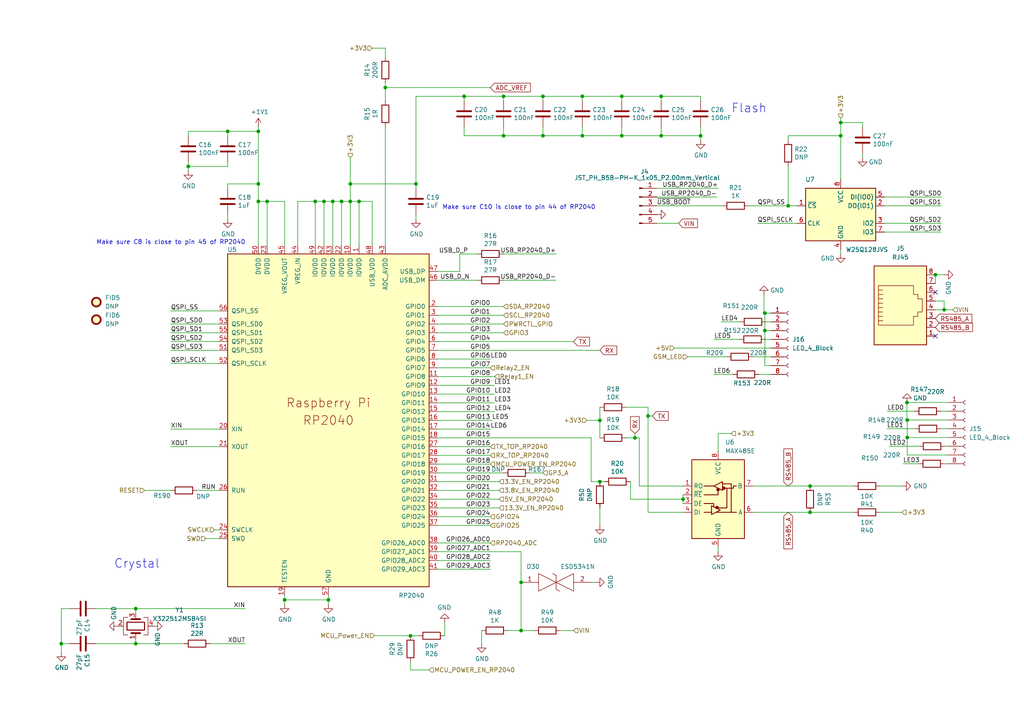
<source format=kicad_sch>
(kicad_sch (version 20231120) (generator "eeschema") (generator_version "8.0")
  (paper "A4")
  (junction (at 111.76 25.4))
  (junction (at 54.61 48.26))
  (junction (at 221.8396 90.8043))
  (junction (at 271.3007 79.6916))
  (junction (at 39.37 186.69))
  (junction (at 151.13 182.88))
  (junction (at 180.34 27.94))
  (junction (at 101.6 58.42))
  (junction (at 263.1254 126.8876))
  (junction (at 273.8407 89.8516))
  (junction (at 95.25 173.99))
  (junction (at 74.93 58.42))
  (junction (at 180.34 39.37))
  (junction (at 221.8396 95.8843))
  (junction (at 263.1254 121.8163))
  (junction (at 17.78 186.69))
  (junction (at 173.99 139.7))
  (junction (at 263.0568 116.7363))
  (junction (at 104.14 58.42))
  (junction (at 187.96 120.65))
  (junction (at 39.37 176.53))
  (junction (at 93.98 58.42))
  (junction (at 151.13 168.91))
  (junction (at 96.52 58.42))
  (junction (at 82.55 173.99))
  (junction (at 74.93 38.1))
  (junction (at 91.44 58.42))
  (junction (at 168.91 39.37))
  (junction (at 101.6 53.34))
  (junction (at 198.12 144.78))
  (junction (at 134.62 27.94))
  (junction (at 157.48 27.94))
  (junction (at 228.6 59.69))
  (junction (at 66.04 38.1))
  (junction (at 74.93 53.34))
  (junction (at 99.06 58.42))
  (junction (at 191.77 39.37))
  (junction (at 173.99 121.92))
  (junction (at 120.65 53.34))
  (junction (at 191.77 27.94))
  (junction (at 168.91 27.94))
  (junction (at 234.95 140.97))
  (junction (at 77.47 58.42))
  (junction (at 119.0481 184.4174))
  (junction (at 146.05 27.94))
  (junction (at 157.48 39.37))
  (junction (at 184.15 127))
  (junction (at 243.84 39.37))
  (junction (at 243.84 35.56))
  (junction (at 203.2 39.37))
  (junction (at 146.05 39.37))
  (junction (at 234.95 148.59))
  (no_connect (at 271.3007 97.4716))
  (no_connect (at 271.3007 84.7716))
  (wire (pts (xy 111.76 36.83) (xy 111.76 71.12)))
  (wire (pts (xy 49.53 124.46) (xy 63.5 124.46)))
  (wire (pts (xy 59.69 156.21) (xy 63.5 156.21)))
  (wire (pts (xy 191.77 39.37) (xy 203.2 39.37)))
  (wire (pts (xy 66.04 53.34) (xy 74.93 53.34)))
  (wire (pts (xy 127 160.02) (xy 151.13 160.02)))
  (wire (pts (xy 191.77 27.94) (xy 203.2 27.94)))
  (wire (pts (xy 143.1694 119.3787) (xy 143.1694 119.38)))
  (wire (pts (xy 101.6 58.42) (xy 104.14 58.42)))
  (wire (pts (xy 180.34 27.94) (xy 191.77 27.94)))
  (wire (pts (xy 142.24 114.3018) (xy 142.24 114.3)))
  (wire (pts (xy 143.4165 119.3774) (xy 143.4234 119.3787)))
  (wire (pts (xy 221.8396 90.8043) (xy 221.8396 95.8843)))
  (wire (pts (xy 142.24 109.2128) (xy 142.24 109.22)))
  (wire (pts (xy 82.55 173.99) (xy 95.25 173.99)))
  (wire (pts (xy 142.24 116.8403) (xy 142.24 116.84)))
  (wire (pts (xy 143.3631 116.8403) (xy 142.24 116.8403)))
  (wire (pts (xy 180.34 39.37) (xy 168.91 39.37)))
  (wire (pts (xy 39.37 186.69) (xy 53.34 186.69)))
  (wire (pts (xy 142.6874 121.92) (xy 127 121.92)))
  (wire (pts (xy 191.77 29.21) (xy 191.77 27.94)))
  (wire (pts (xy 86.36 58.42) (xy 91.44 58.42)))
  (wire (pts (xy 108.6275 184.3647) (xy 118.11 184.3647)))
  (wire (pts (xy 146.05 27.94) (xy 157.48 27.94)))
  (wire (pts (xy 207.0067 108.5843) (xy 212.5516 108.5843)))
  (wire (pts (xy 54.61 46.99) (xy 54.61 48.26)))
  (wire (pts (xy 228.6 48.26) (xy 228.6 59.69)))
  (wire (pts (xy 127 142.24) (xy 144.78 142.24)))
  (wire (pts (xy 127 104.14) (xy 142.24 104.14)))
  (wire (pts (xy 95.25 173.99) (xy 95.25 175.26)))
  (wire (pts (xy 111.76 13.97) (xy 107.95 13.97)))
  (wire (pts (xy 271.3007 79.6916) (xy 271.3007 82.2316)))
  (wire (pts (xy 184.15 125.73) (xy 184.15 127)))
  (wire (pts (xy 272.8769 119.2612) (xy 274.3404 119.2612)))
  (wire (pts (xy 185.42 140.97) (xy 185.42 127)))
  (wire (pts (xy 127 106.68) (xy 142.24 106.68)))
  (wire (pts (xy 27.94 176.53) (xy 39.37 176.53)))
  (wire (pts (xy 120.65 27.94) (xy 120.65 53.34)))
  (wire (pts (xy 143.3159 111.7647) (xy 142.24 111.7647)))
  (wire (pts (xy 101.6 53.34) (xy 101.6 58.42)))
  (wire (pts (xy 153.67 137.16) (xy 157.48 137.16)))
  (wire (pts (xy 127 152.4) (xy 142.24 152.4)))
  (wire (pts (xy 195.58 100.9521) (xy 195.58 100.9643)))
  (wire (pts (xy 274.9191 116.7276) (xy 265.8174 116.7276)))
  (wire (pts (xy 60.96 186.69) (xy 71.12 186.69)))
  (wire (pts (xy 274.137 129.4276) (xy 274.9191 129.4276)))
  (wire (pts (xy 127 96.52) (xy 146.05 96.52)))
  (wire (pts (xy 207.1393 98.4253) (xy 207.1393 98.4243)))
  (wire (pts (xy 93.98 58.42) (xy 96.52 58.42)))
  (wire (pts (xy 223.6347 95.8843) (xy 221.8396 95.8843)))
  (wire (pts (xy 212.09 125.73) (xy 208.28 125.73)))
  (wire (pts (xy 157.48 27.94) (xy 168.91 27.94)))
  (wire (pts (xy 223.6347 103.477) (xy 223.6347 103.5043)))
  (wire (pts (xy 66.04 54.61) (xy 66.04 53.34)))
  (wire (pts (xy 74.93 53.34) (xy 74.93 58.42)))
  (wire (pts (xy 20.32 176.53) (xy 17.78 176.53)))
  (wire (pts (xy 273.8407 89.8516) (xy 271.3007 89.8516)))
  (wire (pts (xy 203.2 36.83) (xy 203.2 39.37)))
  (wire (pts (xy 99.06 71.12) (xy 99.06 58.42)))
  (wire (pts (xy 195.58 100.9643) (xy 223.6347 100.9643)))
  (wire (pts (xy 142.24 124.4539) (xy 142.24 124.46)))
  (wire (pts (xy 127 144.78) (xy 144.78 144.78)))
  (wire (pts (xy 263.0381 116.7363) (xy 263.0381 121.8163)))
  (wire (pts (xy 127 127) (xy 171.45 127)))
  (wire (pts (xy 180.34 29.21) (xy 180.34 27.94)))
  (wire (pts (xy 171.45 139.7) (xy 173.99 139.7)))
  (wire (pts (xy 146.05 39.37) (xy 134.62 39.37)))
  (wire (pts (xy 221.8396 95.8843) (xy 221.8396 106.0443)))
  (wire (pts (xy 118.11 184.3647) (xy 118.11 184.4174)))
  (wire (pts (xy 111.76 16.51) (xy 111.76 13.97)))
  (wire (pts (xy 221.8396 106.0443) (xy 223.6347 106.0443)))
  (wire (pts (xy 143.1694 119.38) (xy 127 119.38)))
  (wire (pts (xy 63.5 90.17) (xy 49.53 90.17)))
  (wire (pts (xy 274.9191 131.9676) (xy 263.1254 131.9676)))
  (wire (pts (xy 111.76 25.4) (xy 142.24 25.4)))
  (wire (pts (xy 207.0067 108.5876) (xy 207.0067 108.5843)))
  (wire (pts (xy 111.76 25.4) (xy 111.76 24.13)))
  (wire (pts (xy 198.12 144.78) (xy 198.12 146.05)))
  (wire (pts (xy 273.8407 89.8516) (xy 276.3807 89.8516)))
  (wire (pts (xy 234.95 148.59) (xy 247.65 148.59)))
  (wire (pts (xy 222.2145 93.3443) (xy 223.6347 93.3443)))
  (wire (pts (xy 208.28 158.75) (xy 208.28 160.02)))
  (wire (pts (xy 209.4507 93.3443) (xy 214.5945 93.3443)))
  (wire (pts (xy 66.04 39.37) (xy 66.04 38.1)))
  (wire (pts (xy 77.47 58.42) (xy 74.93 58.42)))
  (wire (pts (xy 146.05 36.83) (xy 146.05 39.37)))
  (wire (pts (xy 49.53 96.52) (xy 63.5 96.52)))
  (wire (pts (xy 256.54 67.31) (xy 273.05 67.31)))
  (wire (pts (xy 203.2 39.37) (xy 203.2 40.64)))
  (wire (pts (xy 134.62 27.94) (xy 146.05 27.94)))
  (wire (pts (xy 127 81.28) (xy 138.43 81.28)))
  (wire (pts (xy 74.93 58.42) (xy 74.93 71.12)))
  (wire (pts (xy 274.3404 119.2676) (xy 274.9191 119.2676)))
  (wire (pts (xy 127 114.3) (xy 142.24 114.3)))
  (wire (pts (xy 127 162.56) (xy 142.24 162.56)))
  (wire (pts (xy 127 147.32) (xy 144.78 147.32)))
  (wire (pts (xy 180.34 36.83) (xy 180.34 39.37)))
  (wire (pts (xy 107.95 71.12) (xy 107.95 58.42)))
  (wire (pts (xy 134.62 27.94) (xy 120.65 27.94)))
  (wire (pts (xy 168.91 29.21) (xy 168.91 27.94)))
  (wire (pts (xy 146.05 73.66) (xy 161.29 73.66)))
  (wire (pts (xy 203.2 29.21) (xy 203.2 27.94)))
  (wire (pts (xy 221.586 85.4822) (xy 221.586 90.8043)))
  (wire (pts (xy 120.65 62.23) (xy 120.65 63.5)))
  (wire (pts (xy 101.6 53.34) (xy 101.6 45.72)))
  (wire (pts (xy 49.53 101.6) (xy 63.5 101.6)))
  (wire (pts (xy 218.44 140.97) (xy 234.95 140.97)))
  (wire (pts (xy 120.2138 184.4174) (xy 120.2138 184.3979)))
  (wire (pts (xy 184.15 127) (xy 181.61 127)))
  (wire (pts (xy 77.47 71.12) (xy 77.47 58.42)))
  (wire (pts (xy 209.55 59.69) (xy 190.5 59.69)))
  (wire (pts (xy 20.32 186.69) (xy 17.78 186.69)))
  (wire (pts (xy 120.2138 184.3979) (xy 121.3665 184.3979)))
  (wire (pts (xy 127 99.06) (xy 166.37 99.06)))
  (wire (pts (xy 49.53 99.06) (xy 63.5 99.06)))
  (wire (pts (xy 127 91.44) (xy 146.05 91.44)))
  (wire (pts (xy 166.37 182.88) (xy 162.56 182.88)))
  (wire (pts (xy 127 88.9) (xy 146.05 88.9)))
  (wire (pts (xy 199.39 103.477) (xy 210.7482 103.477)))
  (wire (pts (xy 82.55 71.12) (xy 82.55 58.42)))
  (wire (pts (xy 101.6 53.34) (xy 120.65 53.34)))
  (wire (pts (xy 191.77 36.83) (xy 191.77 39.37)))
  (wire (pts (xy 223.6347 90.8043) (xy 221.8396 90.8043)))
  (wire (pts (xy 228.6 39.37) (xy 243.84 39.37)))
  (wire (pts (xy 187.96 120.65) (xy 189.23 120.65)))
  (wire (pts (xy 173.99 121.92) (xy 173.99 127)))
  (wire (pts (xy 265.8174 116.7363) (xy 263.0568 116.7363)))
  (wire (pts (xy 147.32 182.88) (xy 151.13 182.88)))
  (wire (pts (xy 199.39 103.477) (xy 199.39 103.5043)))
  (wire (pts (xy 104.14 58.42) (xy 104.14 71.12)))
  (wire (pts (xy 217.17 59.69) (xy 228.6 59.69)))
  (wire (pts (xy 263.1254 121.8163) (xy 263.1254 126.8876)))
  (wire (pts (xy 63.5 129.54) (xy 49.53 129.54)))
  (wire (pts (xy 257.3361 119.2612) (xy 265.2569 119.2612)))
  (wire (pts (xy 104.14 58.42) (xy 107.95 58.42)))
  (wire (pts (xy 111.76 25.4) (xy 111.76 29.21)))
  (wire (pts (xy 263.0568 116.7363) (xy 263.0381 116.7363)))
  (wire (pts (xy 86.36 71.12) (xy 86.36 58.42)))
  (wire (pts (xy 234.95 140.97) (xy 247.65 140.97)))
  (wire (pts (xy 74.93 36.83) (xy 74.93 38.1)))
  (wire (pts (xy 142.24 111.7647) (xy 142.24 111.76)))
  (wire (pts (xy 198.12 140.97) (xy 185.42 140.97)))
  (wire (pts (xy 243.84 39.37) (xy 243.84 52.07)))
  (wire (pts (xy 172.72 168.91) (xy 171.45 168.91)))
  (wire (pts (xy 127 116.84) (xy 142.24 116.84)))
  (wire (pts (xy 54.61 48.26) (xy 54.61 49.53)))
  (wire (pts (xy 187.96 120.65) (xy 187.96 118.11)))
  (wire (pts (xy 74.93 38.1) (xy 74.93 53.34)))
  (wire (pts (xy 187.96 118.11) (xy 181.61 118.11)))
  (wire (pts (xy 272.9551 124.3476) (xy 274.9191 124.3476)))
  (wire (pts (xy 198.12 148.59) (xy 187.96 148.59)))
  (wire (pts (xy 151.13 168.91) (xy 151.13 182.88)))
  (wire (pts (xy 170.18 121.92) (xy 173.99 121.92)))
  (wire (pts (xy 273.8407 87.3116) (xy 271.3007 87.3116)))
  (wire (pts (xy 173.99 139.7) (xy 175.26 139.7)))
  (wire (pts (xy 127 139.7) (xy 144.78 139.7)))
  (wire (pts (xy 133.35 73.66) (xy 138.43 73.66)))
  (wire (pts (xy 82.55 172.72) (xy 82.55 173.99)))
  (wire (pts (xy 221.586 90.8043) (xy 221.8396 90.8043)))
  (wire (pts (xy 82.55 173.99) (xy 82.55 175.26)))
  (wire (pts (xy 17.78 186.69) (xy 17.78 189.23)))
  (wire (pts (xy 182.88 144.78) (xy 182.88 139.7)))
  (wire (pts (xy 190.5 54.61) (xy 208.28 54.61)))
  (wire (pts (xy 127 132.08) (xy 142.24 132.08)))
  (wire (pts (xy 127 157.48) (xy 142.24 157.48)))
  (wire (pts (xy 187.96 148.59) (xy 187.96 120.65)))
  (wire (pts (xy 134.62 36.83) (xy 134.62 39.37)))
  (wire (pts (xy 143.3693 114.3018) (xy 142.24 114.3018)))
  (wire (pts (xy 146.05 29.21) (xy 146.05 27.94)))
  (wire (pts (xy 139.7 186.69) (xy 139.7 182.88)))
  (wire (pts (xy 63.5 105.41) (xy 49.53 105.41)))
  (wire (pts (xy 27.94 186.69) (xy 39.37 186.69)))
  (wire (pts (xy 95.25 172.72) (xy 95.25 173.99)))
  (wire (pts (xy 17.78 176.53) (xy 17.78 186.69)))
  (wire (pts (xy 191.77 39.37) (xy 180.34 39.37)))
  (wire (pts (xy 99.06 58.42) (xy 101.6 58.42)))
  (wire (pts (xy 185.42 127) (xy 184.15 127)))
  (wire (pts (xy 66.04 38.1) (xy 74.93 38.1)))
  (wire (pts (xy 198.12 144.78) (xy 182.88 144.78)))
  (wire (pts (xy 228.6 40.64) (xy 228.6 39.37)))
  (wire (pts (xy 256.54 59.69) (xy 273.05 59.69)))
  (wire (pts (xy 96.52 71.12) (xy 96.52 58.42)))
  (wire (pts (xy 250.19 44.45) (xy 250.19 45.72)))
  (wire (pts (xy 133.35 73.66) (xy 133.35 78.74)))
  (wire (pts (xy 256.54 57.15) (xy 273.05 57.15)))
  (wire (pts (xy 261.92 134.5076) (xy 266.4376 134.5076)))
  (wire (pts (xy 41.91 142.24) (xy 49.53 142.24)))
  (wire (pts (xy 173.99 152.4) (xy 173.99 147.32)))
  (wire (pts (xy 263.1254 126.8876) (xy 263.1254 131.9676)))
  (wire (pts (xy 128.9865 180.5879) (xy 128.9865 184.3979)))
  (wire (pts (xy 273.8407 89.8516) (xy 273.8407 87.3116)))
  (wire (pts (xy 127 93.98) (xy 146.05 93.98)))
  (wire (pts (xy 134.62 29.21) (xy 134.62 27.94)))
  (wire (pts (xy 49.53 93.98) (xy 63.5 93.98)))
  (wire (pts (xy 274.0576 134.5076) (xy 274.9191 134.5076)))
  (wire (pts (xy 273.8407 79.6916) (xy 271.3007 79.6916)))
  (wire (pts (xy 257.238 124.3476) (xy 265.3351 124.3476)))
  (wire (pts (xy 127 109.22) (xy 142.24 109.22)))
  (wire (pts (xy 157.48 39.37) (xy 146.05 39.37)))
  (wire (pts (xy 118.11 184.4174) (xy 119.0481 184.4174)))
  (wire (pts (xy 257.9018 129.4276) (xy 266.517 129.4276)))
  (wire (pts (xy 54.61 38.1) (xy 66.04 38.1)))
  (wire (pts (xy 157.48 36.83) (xy 157.48 39.37)))
  (wire (pts (xy 255.27 140.97) (xy 261.62 140.97)))
  (wire (pts (xy 57.15 142.24) (xy 63.5 142.24)))
  (wire (pts (xy 218.3682 103.477) (xy 223.6347 103.477)))
  (wire (pts (xy 127 129.54) (xy 142.24 129.54)))
  (wire (pts (xy 119.0481 184.4174) (xy 120.2138 184.4174)))
  (wire (pts (xy 54.61 48.26) (xy 66.04 48.26)))
  (wire (pts (xy 127 111.76) (xy 142.24 111.76)))
  (wire (pts (xy 91.44 71.12) (xy 91.44 58.42)))
  (wire (pts (xy 93.98 71.12) (xy 93.98 58.42)))
  (wire (pts (xy 62.23 153.67) (xy 63.5 153.67)))
  (wire (pts (xy 243.84 35.56) (xy 243.84 39.37)))
  (wire (pts (xy 127 134.62) (xy 142.24 134.62)))
  (wire (pts (xy 82.55 58.42) (xy 77.47 58.42)))
  (wire (pts (xy 173.99 118.11) (xy 173.99 121.92)))
  (wire (pts (xy 127 78.74) (xy 133.35 78.74)))
  (wire (pts (xy 171.45 139.7) (xy 171.45 127)))
  (wire (pts (xy 143.4918 109.2128) (xy 142.24 109.2128)))
  (wire (pts (xy 274.9191 126.8876) (xy 263.1254 126.8876)))
  (wire (pts (xy 168.91 39.37) (xy 157.48 39.37)))
  (wire (pts (xy 66.04 48.26) (xy 66.04 46.99)))
  (wire (pts (xy 222.0746 98.4243) (xy 223.6347 98.4243)))
  (wire (pts (xy 243.84 34.29) (xy 243.84 35.56)))
  (wire (pts (xy 219.71 64.77) (xy 231.14 64.77)))
  (wire (pts (xy 127 124.46) (xy 142.24 124.46)))
  (wire (pts (xy 228.6 59.69) (xy 231.14 59.69)))
  (wire (pts (xy 243.84 72.39) (xy 243.84 73.66)))
  (wire (pts (xy 250.19 36.83) (xy 250.19 35.56)))
  (wire (pts (xy 274.3404 119.2612) (xy 274.3404 119.2676)))
  (wire (pts (xy 196.85 64.77) (xy 190.5 64.77)))
  (wire (pts (xy 151.13 182.88) (xy 154.94 182.88)))
  (wire (pts (xy 207.1393 98.4243) (xy 214.4546 98.4243)))
  (wire (pts (xy 66.04 62.23) (xy 66.04 63.5)))
  (wire (pts (xy 263.0381 121.8163) (xy 263.1254 121.8163)))
  (wire (pts (xy 263.1254 121.8076) (xy 263.1254 121.8163)))
  (wire (pts (xy 220.1716 108.5843) (xy 223.6347 108.5843)))
  (wire (pts (xy 265.8174 116.7276) (xy 265.8174 116.7363)))
  (wire (pts (xy 218.44 148.59) (xy 234.95 148.59)))
  (wire (pts (xy 39.37 177.8) (xy 39.37 176.53)))
  (wire (pts (xy 101.6 71.12) (xy 101.6 58.42)))
  (wire (pts (xy 39.37 176.53) (xy 71.12 176.53)))
  (wire (pts (xy 263.1254 121.8076) (xy 274.9191 121.8076)))
  (wire (pts (xy 39.37 185.42) (xy 39.37 186.69)))
  (wire (pts (xy 143.1694 119.3787) (xy 143.4165 119.3774)))
  (wire (pts (xy 256.54 64.77) (xy 273.05 64.77)))
  (wire (pts (xy 198.12 143.51) (xy 198.12 144.78)))
  (wire (pts (xy 261.62 148.59) (xy 255.27 148.59)))
  (wire (pts (xy 146.05 81.28) (xy 161.29 81.28)))
  (wire (pts (xy 120.65 54.61) (xy 120.65 53.34)))
  (wire (pts (xy 127 165.1) (xy 142.24 165.1)))
  (wire (pts (xy 168.91 27.94) (xy 180.34 27.94)))
  (wire (pts (xy 209.4507 93.3472) (xy 209.4507 93.3443)))
  (wire (pts (xy 91.44 58.42) (xy 93.98 58.42)))
  (wire (pts (xy 127 101.6) (xy 173.99 101.6)))
  (wire (pts (xy 96.52 58.42) (xy 99.06 58.42)))
  (wire (pts (xy 250.19 35.56) (xy 243.84 35.56)))
  (wire (pts (xy 157.48 29.21) (xy 157.48 27.94)))
  (wire (pts (xy 190.5 57.15) (xy 207.9313 57.15)))
  (wire (pts (xy 168.91 36.83) (xy 168.91 39.37)))
  (wire (pts (xy 54.61 39.37) (xy 54.61 38.1)))
  (wire (pts (xy 119.0481 194.31) (xy 119.0481 192.0374)))
  (wire (pts (xy 208.28 125.73) (xy 208.28 130.81)))
  (wire (pts (xy 209.1967 93.3472) (xy 209.4507 93.3472)))
  (wire (pts (xy 127 149.86) (xy 142.24 149.86)))
  (wire (pts (xy 151.13 160.02) (xy 151.13 168.91)))
  (wire (pts (xy 127 137.16) (xy 146.05 137.16)))
  (wire (pts (xy 124.46 194.31) (xy 119.0481 194.31)))
  (text "Make sure C8 is close to pin 45 of RP2040" (at 27.94 71.12 0) (effects (font (size 1.27 1.27)) (justify left bottom)))
  (text "Make sure C10 is close to pin 44 of RP2040" (at 128.27 60.96 0) (effects (font (size 1.27 1.27)) (justify left bottom)))
  (text "Flash" (at 212.09 33.02 0) (effects (font (size 2.54 2.54)) (justify left bottom)))
  (text "Crystal" (at 33.02 165.1 0) (effects (font (size 2.54 2.54)) (justify left bottom)))
  (label "LED3" (at 261.92 134.5076 0))
  (label "USB_D_P" (at 135.7763 73.66 180))
  (label "GPIO22" (at 142.24 144.78 180))
  (label "GPIO17" (at 142.24 132.08 180))
  (label "GPIO9" (at 142.24 111.7647 180))
  (label "USB_RP2040_D+" (at 208.28 54.61 180))
  (label "XIN" (at 71.12 176.53 180))
  (label "LED3" (at 143.3631 116.8403 0))
  (label "USB_RP2040_D+" (at 161.29 73.66 180))
  (label "GPIO5" (at 142.24 101.6 180))
  (label "GPIO15" (at 142.24 127 180))
  (label "LED4" (at 143.4234 119.3787 0))
  (label "QSPI_SD0" (at 49.53 93.98 0))
  (label "GPIO18" (at 142.24 134.62 180))
  (label "LED2" (at 143.3693 114.3018 0))
  (label "GPIO26_ADC0" (at 142.24 157.48 180))
  (label "GPIO24" (at 142.24 149.86 180))
  (label "QSPI_SD2" (at 49.53 99.06 0))
  (label "GPIO27_ADC1" (at 142.24 160.02 180))
  (label "QSPI_SCLK" (at 219.71 64.77 0))
  (label "LED6" (at 142.24 124.46 0))
  (label "GPIO7" (at 142.24 106.68 180))
  (label "GPIO14" (at 142.24 124.4539 180))
  (label "GPIO3" (at 142.24 96.52 180))
  (label "LED0" (at 142.24 104.14 0))
  (label "GPIO0" (at 142.24 88.9 180))
  (label "LED1" (at 257.238 124.3476 0))
  (label "USB_RP2040_D-" (at 207.9313 57.15 180))
  (label "QSPI_SD3" (at 273.05 67.31 180))
  (label "GPIO11" (at 142.24 116.8403 180))
  (label "LED6" (at 207.0067 108.5876 0))
  (label "QSPI_SD0" (at 273.05 57.15 180))
  (label "GPIO4" (at 142.24 99.06 180))
  (label "LED5" (at 142.6874 121.92 0))
  (label "GPIO20" (at 142.24 139.7 180))
  (label "~{USB_BOOT}" (at 190.5 59.69 0))
  (label "GPIO13" (at 142.24 121.92 180))
  (label "LED0" (at 257.3361 119.2612 0))
  (label "GPIO12" (at 142.24 119.38 180))
  (label "GPIO6" (at 142.24 104.14 180))
  (label "LED5" (at 207.1393 98.4253 0))
  (label "GPIO29_ADC3" (at 142.24 165.1 180))
  (label "GPIO1" (at 142.24 91.44 180))
  (label "GPIO28_ADC2" (at 142.24 162.56 180))
  (label "QSPI_SCLK" (at 49.53 105.41 0))
  (label "QSPI_SS" (at 49.53 90.17 0))
  (label "GPIO23" (at 142.24 147.32 180))
  (label "QSPI_SD3" (at 49.53 101.6 0))
  (label "LED2" (at 257.9018 129.4276 0))
  (label "LED1" (at 143.3159 111.7647 0))
  (label "RUN" (at 58.42 142.24 0))
  (label "USB_D_N" (at 136.2125 81.28 180))
  (label "GPIO19" (at 142.24 137.16 180))
  (label "GPIO10" (at 142.24 114.3 180))
  (label "QSPI_SD1" (at 273.05 59.69 180))
  (label "QSPI_SD2" (at 273.05 64.77 180))
  (label "GPIO16" (at 142.24 129.54 180))
  (label "XOUT" (at 49.53 129.54 0))
  (label "QSPI_SD1" (at 49.53 96.52 0))
  (label "GPIO8" (at 142.24 109.2128 180))
  (label "XOUT" (at 71.12 186.69 180))
  (label "GPIO25" (at 142.24 152.4 180))
  (label "QSPI_SS" (at 219.71 59.69 0))
  (label "XIN" (at 49.53 124.46 0))
  (label "LED4" (at 209.1967 93.3472 0))
  (label "GPIO21" (at 142.24 142.24 180))
  (label "GPIO2" (at 142.24 93.98 180))
  (label "USB_RP2040_D-" (at 161.29 81.28 180))
  (global_label "RS485_B" (shape input) (at 271.3007 94.9316 0) (property "Intersheetrefs" "${INTERSHEET_REFS}" (effects (hide yes))))
  (global_label "ADC_VREF" (shape input) (at 142.24 25.4 0) (property "Intersheetrefs" "${INTERSHEET_REFS}" (effects (hide yes))))
  (global_label "RS485_A" (shape input) (at 228.6 148.59 270) (property "Intersheetrefs" "${INTERSHEET_REFS}" (effects (hide yes))))
  (global_label "RX" (shape input) (at 173.99 101.6 0) (property "Intersheetrefs" "${INTERSHEET_REFS}" (effects (hide yes))))
  (global_label "RS485_B" (shape input) (at 228.6 140.97 90) (property "Intersheetrefs" "${INTERSHEET_REFS}" (effects (hide yes))))
  (global_label "TX" (shape input) (at 189.23 120.65 0) (property "Intersheetrefs" "${INTERSHEET_REFS}" (effects (hide yes))))
  (global_label "RX" (shape input) (at 184.15 125.73 90) (property "Intersheetrefs" "${INTERSHEET_REFS}" (effects (hide yes))))
  (global_label "VIN" (shape input) (at 196.85 64.77 0) (property "Intersheetrefs" "${INTERSHEET_REFS}" (effects (hide yes))))
  (global_label "TX" (shape input) (at 166.37 99.06 0) (property "Intersheetrefs" "${INTERSHEET_REFS}" (effects (hide yes))))
  (global_label "RS485_A" (shape input) (at 271.3007 92.3916 0) (property "Intersheetrefs" "${INTERSHEET_REFS}" (effects (hide yes))))
  (hierarchical_label "GP3_A" (shape input) (at 157.48 137.16 0))
  (hierarchical_label "GPIO3" (shape input) (at 146.05 96.52 0))
  (hierarchical_label "GPIO25" (shape input) (at 142.24 152.4 0))
  (hierarchical_label "+3V3" (shape input) (at 101.6 45.72 90))
  (hierarchical_label "+3V3" (shape input) (at 212.09 125.73 0))
  (hierarchical_label "MCU_Power_EN" (shape input) (at 108.6275 184.3647 180))
  (hierarchical_label "SCL_RP2040" (shape input) (at 146.05 91.44 0))
  (hierarchical_label "+3V3" (shape input) (at 107.95 13.97 180))
  (hierarchical_label "RP2040_ADC" (shape input) (at 142.24 157.48 0))
  (hierarchical_label "SDA_RP2040" (shape input) (at 146.05 88.9 0))
  (hierarchical_label "VIN" (shape input) (at 276.3807 89.8516 0))
  (hierarchical_label "SWCLK" (shape input) (at 62.23 153.67 180))
  (hierarchical_label "PWRCTL_GPIO" (shape input) (at 146.05 93.98 0))
  (hierarchical_label "GPIO24" (shape input) (at 142.24 149.86 0))
  (hierarchical_label "Relay2_EN" (shape input) (at 142.24 106.68 0))
  (hierarchical_label "VIN" (shape input) (at 166.37 182.88 0))
  (hierarchical_label "RX_TOP_RP2040" (shape input) (at 142.24 132.08 0))
  (hierarchical_label "5V_EN_RP2040" (shape input) (at 144.78 144.78 0))
  (hierarchical_label "+3V3" (shape input) (at 170.18 121.92 180))
  (hierarchical_label "13.3V_EN_RP2040" (shape input) (at 144.78 147.32 0))
  (hierarchical_label "MCU_POWER_EN_RP2040" (shape input) (at 142.24 134.62 0))
  (hierarchical_label "3.3V_EN_RP2040" (shape input) (at 144.78 139.7 0))
  (hierarchical_label "3.8V_EN_RP2040" (shape input) (at 144.78 142.24 0))
  (hierarchical_label "+3V3" (shape input) (at 261.62 148.59 0))
  (hierarchical_label "TX_TOP_RP2040" (shape input) (at 142.24 129.54 0))
  (hierarchical_label "SWD" (shape input) (at 59.69 156.21 180))
  (hierarchical_label "GSM_LED" (shape input) (at 199.39 103.477 180))
  (hierarchical_label "+5V" (shape input) (at 195.58 100.9521 180))
  (hierarchical_label "+3V3" (shape input) (at 243.84 34.29 90))
  (hierarchical_label "RESET" (shape input) (at 41.91 142.24 180))
  (hierarchical_label "Relay1_EN" (shape input) (at 143.4918 109.2128 0))
  (hierarchical_label "MCU_POWER_EN_RP2040" (shape input) (at 124.46 194.31 0))
  (symbol (lib_id "Device:R") (at 57.15 186.69 270) (unit 1)
    (property "Reference" "R13" (at 57.15 181.4322 90))
    (property "Value" "22R" (at 57.15 183.7436 90))
    (property "Footprint" "Resistor_SMD:R_0603_1608Metric" (effects (hide yes)))
    (property "MPN" "0603WAF220JT5E" (effects (hide yes)))
  )
  (symbol (lib_id "Device:C") (at 24.13 186.69 270) (unit 1)
    (property "Reference" "C15" (at 25.2984 189.611 0) (effects (justify left)))
    (property "Value" "27pF" (at 22.987 189.611 0) (effects (justify left)))
    (property "Footprint" "Capacitor_SMD:C_0603_1608Metric" (effects (hide yes)))
    (property "MPN" "0603CG270J500NT" (effects (hide yes)))
  )
  (symbol (lib_id "Device:C") (at 24.13 176.53 270) (unit 1)
    (property "Reference" "C14" (at 25.2984 179.451 0) (effects (justify left)))
    (property "Value" "27pF" (at 22.987 179.451 0) (effects (justify left)))
    (property "Footprint" "Capacitor_SMD:C_0603_1608Metric" (effects (hide yes)))
    (property "MPN" "0603CG270J500NT" (effects (hide yes)))
  )
  (symbol (lib_id "Device:C") (at 191.77 33.02 0) (unit 1)
    (property "Reference" "C25" (at 194.691 31.8516 0) (effects (justify left)))
    (property "Value" "100nF" (at 194.691 34.163 0) (effects (justify left)))
    (property "Footprint" "Capacitor_SMD:C_0402_1005Metric" (effects (hide yes)))
    (property "MPN" "CC0402KRX7R7BB104" (effects (hide yes)))
  )
  (symbol (lib_id "Device:R") (at 269.1451 124.3476 90) (unit 1)
    (property "Reference" "R148" (at 254.2422 121.851 90))
    (property "Value" "220R" (at 259.5396 121.8334 90))
    (property "Footprint" "Resistor_SMD:R_0603_1608Metric" (effects (hide yes)))
    (property "MPN" "0603WAF2200T5E" (effects (hide yes)))
  )
  (symbol (lib_id "Device:R") (at 270.2476 134.5076 90) (unit 1)
    (property "Reference" "R150" (at 252.2744 132.8663 90))
    (property "Value" "220R" (at 258.6591 132.0151 90))
    (property "Footprint" "Resistor_SMD:R_0603_1608Metric" (effects (hide yes)))
    (property "MPN" "0603WAF2200T5E" (effects (hide yes)))
  )
  (symbol (lib_id "power:GND") (at 17.78 189.23 0) (unit 1)
    (property "Reference" "#PWR0135" (effects (hide yes)))
    (property "Value" "GND" (at 17.907 193.6242 0))
  )
  (symbol (lib_id "Device:R") (at 142.24 73.66 270) (unit 1)
    (property "Reference" "R16" (at 142.24 68.4022 90))
    (property "Value" "27R" (at 142.24 70.7136 90))
    (property "Footprint" "Resistor_SMD:R_0603_1608Metric" (effects (hide yes)))
    (property "MPN" "0603WAF270JT5E" (effects (hide yes)))
  )
  (symbol (lib_id "SP0402B-ULC-01ETG:SP0402B-ULC-01ETG") (at 151.13 168.91 0) (unit 1)
    (property "Reference" "D30" (at 152.654 164.338 0) (effects (justify left)))
    (property "Value" "ESD5341N" (at 162.56 164.338 0) (effects (justify left)))
    (property "Footprint" "ESD5341N:ESD5341N" (effects (hide yes)))
    (property "Datasheet" "https://www.mouser.com/datasheet/2/240/Littelfuse_TVS_Diode_Array_Ultra_Low_Capacitance_D-1021420.pdf" (effects (hide yes)))
    (property "Description" "ESD Suppressors / TVS Diodes 5V .13pF 20kV" (effects (hide yes)))
    (property "Manufacturer_Name" "LITTELFUSE" (effects (hide yes)))
    (property "Manufacturer_Part_Number" "SP0402B-ULC-01ETG" (effects (hide yes)))
    (property "Mouser Part Number" "576-SP0402BULC-01ETG" (effects (hide yes)))
    (property "Mouser Price/Stock" "https://www.mouser.co.uk/ProductDetail/Littelfuse/SP0402B-ULC-01ETG?qs=lM4gFlnEeENx4cnTNlk34g%3D%3D" (effects (hide yes)))
    (property "Arrow Part Number" "SP0402B-ULC-01ETG" (effects (hide yes)))
    (property "Arrow Price/Stock" "https://www.arrow.com/en/products/sp0402b-ulc-01etg/littelfuse?region=nac" (effects (hide yes)))
    (property "MPN" "ESD5341N" (effects (hide yes)))
  )
  (symbol (lib_id "Device:R") (at 216.3616 108.5843 90) (unit 1)
    (property "Reference" "R153" (at 215.2391 111.1275 90))
    (property "Value" "220R" (at 221.1324 110.998 90))
    (property "Footprint" "Resistor_SMD:R_0603_1608Metric" (effects (hide yes)))
    (property "MPN" "0603WAF2200T5E" (effects (hide yes)))
  )
  (symbol (lib_id "Device:C") (at 120.65 58.42 0) (unit 1)
    (property "Reference" "C19" (at 123.571 57.2516 0) (effects (justify left)))
    (property "Value" "1uF" (at 123.571 59.563 0) (effects (justify left)))
    (property "Footprint" "Capacitor_SMD:C_0603_1608Metric" (effects (hide yes)))
    (property "MPN" "CL10A105KB8NNNC" (effects (hide yes)))
  )
  (symbol (lib_id "power:GND") (at 95.25 175.26 0) (unit 1)
    (property "Reference" "#PWR0131" (effects (hide yes)))
    (property "Value" "GND" (at 95.377 179.6542 0))
  )
  (symbol (lib_id "Library:R") (at 234.95 144.78 180) (unit 1)
    (property "Reference" "R53" (at 240.2078 144.78 90))
    (property "Value" "DNP" (at 237.8964 144.78 90))
    (property "Footprint" "Resistor_SMD:R_0603_1608Metric" (effects (hide yes)))
  )
  (symbol (lib_id "power:GND") (at 221.586 85.4822 180) (unit 1)
    (property "Reference" "#PWR0209" (effects (hide yes)))
    (property "Value" "GND" (at 225.396 84.2122 0))
  )
  (symbol (lib_id "Device:R") (at 218.2646 98.4243 90) (unit 1)
    (property "Reference" "R152" (at 212.4312 95.8593 90))
    (property "Value" "220R" (at 217.5236 95.9021 90))
    (property "Footprint" "Resistor_SMD:R_0603_1608Metric" (effects (hide yes)))
    (property "MPN" "0603WAF2200T5E" (effects (hide yes)))
  )
  (symbol (lib_id "Device:R") (at 142.24 81.28 270) (unit 1)
    (property "Reference" "R17" (at 142.24 76.0222 90))
    (property "Value" "27R" (at 142.24 78.3336 90))
    (property "Footprint" "Resistor_SMD:R_0603_1608Metric" (effects (hide yes)))
    (property "MPN" "0603WAF270JT5E" (effects (hide yes)))
  )
  (symbol (lib_id "Device:R") (at 173.99 143.51 0) (unit 1)
    (property "Reference" "R50" (at 168.7322 143.51 90))
    (property "Value" "DNP" (at 171.0436 143.51 90))
    (property "Footprint" "Resistor_SMD:R_0603_1608Metric" (effects (hide yes)))
  )
  (symbol (lib_id "power:GND") (at 139.7 186.69 0) (unit 1)
    (property "Reference" "#PWR0174" (effects (hide yes)))
    (property "Value" "GND" (at 139.827 191.0842 0))
  )
  (symbol (lib_id "power:GND") (at 54.61 49.53 0) (unit 1)
    (property "Reference" "#PWR0128" (effects (hide yes)))
    (property "Value" "GND" (at 54.737 53.9242 0))
  )
  (symbol (lib_id "Device:C") (at 180.34 33.02 0) (unit 1)
    (property "Reference" "C24" (at 183.261 31.8516 0) (effects (justify left)))
    (property "Value" "100nF" (at 183.261 34.163 0) (effects (justify left)))
    (property "Footprint" "Capacitor_SMD:C_0402_1005Metric" (effects (hide yes)))
    (property "MPN" "CC0402KRX7R7BB104" (effects (hide yes)))
  )
  (symbol (lib_id "Device:C") (at 134.62 33.02 0) (unit 1)
    (property "Reference" "C20" (at 137.541 31.8516 0) (effects (justify left)))
    (property "Value" "100nF" (at 137.541 34.163 0) (effects (justify left)))
    (property "Footprint" "Capacitor_SMD:C_0402_1005Metric" (effects (hide yes)))
    (property "MPN" "CC0402KRX7R7BB104" (effects (hide yes)))
  )
  (symbol (lib_id "Device:R") (at 177.8 127 270) (unit 1)
    (property "Reference" "R19" (at 177.8 121.7422 90))
    (property "Value" "10K" (at 177.8 124.0536 90))
    (property "Footprint" "Resistor_SMD:R_0603_1608Metric" (effects (hide yes)))
    (property "MPN" "0603WAF1002T5E" (effects (hide yes)))
  )
  (symbol (lib_id "Memory_Flash:W25Q128JVS") (at 243.84 62.23 0) (unit 1)
    (property "Reference" "U7" (at 234.95 52.07 0))
    (property "Value" "W25Q128JVS" (at 251.46 72.39 0))
    (property "Footprint" "Package_SO:SOIC-8_5.23x5.23mm_P1.27mm" (effects (hide yes)))
    (property "Datasheet" "http://www.winbond.com/resource-files/w25q128jv_dtr%20revc%2003272018%20plus.pdf" (effects (hide yes)))
    (property "MPN" "W25Q128JVSIQ" (effects (hide yes)))
  )
  (symbol (lib_id "power:GND") (at 128.9865 180.5879 180) (unit 1)
    (property "Reference" "#PWR0144" (effects (hide yes)))
    (property "Value" "GND" (at 128.8595 176.1937 0))
  )
  (symbol (lib_id "power:GND") (at 173.99 152.4 0) (unit 1)
    (property "Reference" "#PWR0175" (effects (hide yes)))
    (property "Value" "GND" (at 174.117 156.7942 0))
  )
  (symbol (lib_id "Device:C") (at 146.05 33.02 0) (unit 1)
    (property "Reference" "C21" (at 148.971 31.8516 0) (effects (justify left)))
    (property "Value" "100nF" (at 148.971 34.163 0) (effects (justify left)))
    (property "Footprint" "Capacitor_SMD:C_0402_1005Metric" (effects (hide yes)))
    (property "MPN" "CC0402KRX7R7BB104" (effects (hide yes)))
  )
  (symbol (lib_id "Device:R") (at 143.51 182.88 270) (unit 1)
    (property "Reference" "R48" (at 143.51 177.6222 90))
    (property "Value" "1K" (at 143.51 179.9336 90))
    (property "Footprint" "Resistor_SMD:R_0603_1608Metric" (effects (hide yes)))
    (property "MPN" "0603WAF1001T5E" (effects (hide yes)))
  )
  (symbol (lib_id "power:GND") (at 34.29 181.61 270) (unit 1)
    (property "Reference" "#PWR0133" (effects (hide yes)))
    (property "Value" "GND" (at 33.02 177.8 0))
  )
  (symbol (lib_id "Connector:Conn_01x05_Male") (at 185.42 59.69 0) (unit 1)
    (property "Reference" "J4" (at 186.944 49.784 0))
    (property "Value" "JST_PH_B5B-PH-K_1x05_P2.00mm_Vertical" (at 187.706 51.562 0))
    (property "Footprint" "Connector_JST:JST_PH_B5B-PH-K_1x05_P2.00mm_Vertical" (effects (hide yes)))
    (property "MPN" "JST_PH_B5B-PH-K_1x05_P2.00mm_Vertical" (effects (hide yes)))
  )
  (symbol (lib_id "Device:R") (at 228.6 44.45 0) (unit 1)
    (property "Reference" "R22" (at 230.378 43.2816 0) (effects (justify left)))
    (property "Value" "DNP" (at 230.378 45.593 0) (effects (justify left)))
    (property "Footprint" "Resistor_SMD:R_0603_1608Metric" (effects (hide yes)))
  )
  (symbol (lib_id "power:GND") (at 273.8407 79.6916 90) (unit 1)
    (property "Reference" "#PWR0114" (effects (hide yes)))
    (property "Value" "GND" (at 275.1107 83.5016 0))
  )
  (symbol (lib_id "Device:R") (at 158.75 182.88 270) (unit 1)
    (property "Reference" "R49" (at 158.75 177.6222 90))
    (property "Value" "10K" (at 158.75 179.9336 90))
    (property "Footprint" "Resistor_SMD:R_0603_1608Metric" (effects (hide yes)))
    (property "MPN" "0603WAF1002T5E" (effects (hide yes)))
  )
  (symbol (lib_id "Device:R") (at 149.86 137.16 90) (unit 1)
    (property "Reference" "R167" (at 155.702 136.144 90))
    (property "Value" "DNP" (at 144.526 136.144 90))
    (property "Footprint" "Resistor_SMD:R_0603_1608Metric" (effects (hide yes)))
    (property "Description" "Resistor" (effects (hide yes)))
  )
  (symbol (lib_id "Connector:RJ45") (at 261.1407 89.8516 0) (unit 1)
    (property "Reference" "J5" (at 261.1407 72.0716 0))
    (property "Value" "RJ45" (at 261.1407 74.6116 0))
    (property "Footprint" "Connector_RJ:RJ45_Amphenol_54602-x08_Horizontal" (effects (hide yes)))
    (property "MPN" "黑色 RJ45 8P" (effects (hide yes)))
  )
  (symbol (lib_id "Device:R") (at 251.46 148.59 90) (unit 1)
    (property "Reference" "R40" (at 251.46 153.8478 90))
    (property "Value" "10K" (at 251.46 151.5364 90))
    (property "Footprint" "Resistor_SMD:R_0603_1608Metric" (effects (hide yes)))
    (property "MPN" "0603WAF1002T5E" (effects (hide yes)))
  )
  (symbol (lib_id "Device:R") (at 111.76 20.32 0) (unit 1)
    (property "Reference" "R14" (at 106.5022 20.32 90))
    (property "Value" "200R" (at 108.8136 20.32 90))
    (property "Footprint" "Resistor_SMD:R_0603_1608Metric" (effects (hide yes)))
    (property "MPN" "0603WAF2000T5E" (effects (hide yes)))
  )
  (symbol (lib_id "Device:C") (at 203.2 33.02 0) (unit 1)
    (property "Reference" "C26" (at 206.121 31.8516 0) (effects (justify left)))
    (property "Value" "100nF" (at 206.121 34.163 0) (effects (justify left)))
    (property "Footprint" "Capacitor_SMD:C_0402_1005Metric" (effects (hide yes)))
    (property "MPN" "CC0402KRX7R7BB104" (effects (hide yes)))
  )
  (symbol (lib_id "Device:C") (at 66.04 43.18 0) (unit 1)
    (property "Reference" "C17" (at 68.961 42.0116 0) (effects (justify left)))
    (property "Value" "100nF" (at 68.961 44.323 0) (effects (justify left)))
    (property "Footprint" "Capacitor_SMD:C_0402_1005Metric" (effects (hide yes)))
    (property "MPN" "CC0402KRX7R7BB104" (effects (hide yes)))
  )
  (symbol (lib_id "MCU_RaspberryPi_RP2040:RP2040") (at 95.25 121.92 0) (unit 1)
    (property "Reference" "U5" (at 67.31 72.39 0))
    (property "Value" "RP2040" (at 119.38 172.72 0))
    (property "Footprint" "RP2040_minimal:RP2040-QFN-56" (effects (hide yes)))
    (property "MPN" "RP2040" (effects (hide yes)))
  )
  (symbol (lib_id "power:GND") (at 243.84 73.66 0) (unit 1)
    (property "Reference" "#PWR0151" (effects (hide yes)))
    (property "Value" "GND" (at 240.03 74.93 0))
  )
  (symbol (lib_id "Device:C") (at 66.04 58.42 0) (unit 1)
    (property "Reference" "C18" (at 68.961 57.2516 0) (effects (justify left)))
    (property "Value" "1uF" (at 68.961 59.563 0) (effects (justify left)))
    (property "Footprint" "Capacitor_SMD:C_0603_1608Metric" (effects (hide yes)))
    (property "MPN" "CL10A105KB8NNNC" (effects (hide yes)))
  )
  (symbol (lib_id "Device:C") (at 157.48 33.02 0) (unit 1)
    (property "Reference" "C22" (at 160.401 31.8516 0) (effects (justify left)))
    (property "Value" "100nF" (at 160.401 34.163 0) (effects (justify left)))
    (property "Footprint" "Capacitor_SMD:C_0402_1005Metric" (effects (hide yes)))
    (property "MPN" "CC0402KRX7R7BB104" (effects (hide yes)))
  )
  (symbol (lib_id "power:GND") (at 44.45 181.61 90) (unit 1)
    (property "Reference" "#PWR0134" (effects (hide yes)))
    (property "Value" "GND" (at 45.72 185.42 0))
  )
  (symbol (lib_id "Connector:Conn_01x08_Socket") (at 228.7147 98.4243 0) (unit 1)
    (property "Reference" "J16" (at 229.8098 98.4242 0) (effects (justify left)))
    (property "Value" "LED_4_Block" (at 229.8098 100.9642 0) (effects (justify left)))
    (property "Footprint" "LED_4:LED_4_Block" (effects (hide yes)))
    (property "Description" "Generic connector, single row, 01x08, script generated" (effects (hide yes)))
    (property "MPN" "3mm四孔灯座带灯" (effects (hide yes)))
  )
  (symbol (lib_id "power:GND") (at 190.5 62.23 90) (unit 1)
    (property "Reference" "#PWR0139" (effects (hide yes)))
    (property "Value" "GND" (effects (hide yes)))
  )
  (symbol (lib_id "Device:R") (at 269.0669 119.2612 90) (unit 1)
    (property "Reference" "R147" (at 266.5792 112.9634 90))
    (property "Value" "220R" (at 271.4189 113.6322 90))
    (property "Footprint" "Resistor_SMD:R_0603_1608Metric" (effects (hide yes)))
    (property "MPN" "0603WAF2200T5E" (effects (hide yes)))
  )
  (symbol (lib_id "Device:R") (at 111.76 33.02 0) (unit 1)
    (property "Reference" "R15" (at 106.5022 33.02 90))
    (property "Value" "1R" (at 108.8136 33.02 90))
    (property "Footprint" "Resistor_SMD:R_0603_1608Metric" (effects (hide yes)))
    (property "MPN" "0603WAF100KT5E" (effects (hide yes)))
  )
  (symbol (lib_id "power:GND") (at 263.0568 116.7363 180) (unit 1)
    (property "Reference" "#PWR0208" (effects (hide yes)))
    (property "Value" "GND" (at 266.8668 115.4663 0))
  )
  (symbol (lib_id "Device:R") (at 270.327 129.4276 90) (unit 1)
    (property "Reference" "R149" (at 252.8002 126.657 90))
    (property "Value" "220R" (at 258.7843 126.9574 90))
    (property "Footprint" "Resistor_SMD:R_0603_1608Metric" (effects (hide yes)))
    (property "MPN" "0603WAF2200T5E" (effects (hide yes)))
  )
  (symbol (lib_id "Device:C") (at 250.19 40.64 0) (unit 1)
    (property "Reference" "C27" (at 253.111 39.4716 0) (effects (justify left)))
    (property "Value" "100nF" (at 253.111 41.783 0) (effects (justify left)))
    (property "Footprint" "Capacitor_SMD:C_0402_1005Metric" (effects (hide yes)))
    (property "MPN" "CC0402KRX7R7BB104" (effects (hide yes)))
  )
  (symbol (lib_id "Device:R") (at 218.4045 93.3443 90) (unit 1)
    (property "Reference" "R151" (at 212.1173 88.7002 90))
    (property "Value" "220R" (at 217.3628 89.1563 90))
    (property "Footprint" "Resistor_SMD:R_0603_1608Metric" (effects (hide yes)))
    (property "MPN" "0603WAF2200T5E" (effects (hide yes)))
  )
  (symbol (lib_id "power:GND") (at 120.65 63.5 0) (unit 1)
    (property "Reference" "#PWR0127" (effects (hide yes)))
    (property "Value" "GND" (at 120.777 67.8942 0))
  )
  (symbol (lib_id "Library:GND") (at 261.62 140.97 90) (unit 1)
    (property "Reference" "#PWR095" (effects (hide yes)))
    (property "Value" "GND" (at 266.954 140.97 90))
  )
  (symbol (lib_id "Device:R") (at 213.36 59.69 270) (unit 1)
    (property "Reference" "R21" (at 213.36 54.4322 90))
    (property "Value" "1K" (at 213.36 56.7436 90))
    (property "Footprint" "Resistor_SMD:R_0603_1608Metric" (effects (hide yes)))
    (property "MPN" "0603WAF1001T5E" (effects (hide yes)))
  )
  (symbol (lib_id "power:GND") (at 172.72 168.91 90) (unit 1)
    (property "Reference" "#PWR0136" (effects (hide yes)))
    (property "Value" "GND" (at 177.1142 168.783 0))
  )
  (symbol (lib_id "Device:R") (at 251.46 140.97 90) (unit 1)
    (property "Reference" "R41" (at 251.46 146.2278 90))
    (property "Value" "10K" (at 251.46 143.9164 90))
    (property "Footprint" "Resistor_SMD:R_0603_1608Metric" (effects (hide yes)))
    (property "MPN" "0603WAF1002T5E" (effects (hide yes)))
  )
  (symbol (lib_id "Device:Crystal_GND24") (at 39.37 181.61 90) (unit 1)
    (property "Reference" "Y1" (at 52.07 176.911 90))
    (property "Value" "X322512MSB4SI" (at 52.07 179.451 90))
    (property "Footprint" "Crystal:Crystal_SMD_3225-4Pin_3.2x2.5mm" (effects (hide yes)))
    (property "MPN" "X322512MSB4SI" (effects (hide yes)))
  )
  (symbol (lib_id "power:GND") (at 203.2 40.64 0) (unit 1)
    (property "Reference" "#PWR0138" (effects (hide yes)))
    (property "Value" "GND" (at 203.327 45.0342 0))
  )
  (symbol (lib_id "power:+1V1") (at 74.93 36.83 0) (unit 1)
    (property "Reference" "#PWR0130" (effects (hide yes)))
    (property "Value" "+1V1" (at 75.311 32.4358 0))
  )
  (symbol (lib_id "Mechanical:Fiducial") (at 27.94 87.63 0) (unit 1)
    (property "Reference" "FID5" (at 30.48 86.3599 0) (effects (justify left)))
    (property "Value" "DNP" (at 30.48 88.8999 0) (effects (justify left)))
    (property "Footprint" "Fiducial:Fiducial_0.5mm_Mask1mm" (effects (hide yes)))
    (property "Description" "Fiducial Marker" (effects (hide yes)))
  )
  (symbol (lib_id "Device:R") (at 179.07 139.7 270) (unit 1)
    (property "Reference" "R20" (at 179.07 134.4422 90))
    (property "Value" "10K" (at 179.07 136.7536 90))
    (property "Footprint" "Resistor_SMD:R_0603_1608Metric" (effects (hide yes)))
    (property "MPN" "0603WAF1002T5E" (effects (hide yes)))
  )
  (symbol (lib_id "Connector:Conn_01x08_Socket") (at 279.9991 124.3476 0) (unit 1)
    (property "Reference" "J15" (at 281.0942 124.3475 0) (effects (justify left)))
    (property "Value" "LED_4_Block" (at 281.0942 126.8875 0) (effects (justify left)))
    (property "Footprint" "LED_4:LED_4_Block" (effects (hide yes)))
    (property "Description" "Generic connector, single row, 01x08, script generated" (effects (hide yes)))
    (property "MPN" "3mm四孔灯座带灯" (effects (hide yes)))
  )
  (symbol (lib_id "Mechanical:Fiducial") (at 27.94 92.71 0) (unit 1)
    (property "Reference" "FID6" (at 30.48 91.4399 0) (effects (justify left)))
    (property "Value" "DNP" (at 30.48 93.9799 0) (effects (justify left)))
    (property "Footprint" "Fiducial:Fiducial_0.5mm_Mask1mm" (effects (hide yes)))
    (property "Description" "Fiducial Marker" (effects (hide yes)))
  )
  (symbol (lib_id "Device:R") (at 119.0481 188.2274 0) (unit 1)
    (property "Reference" "R29" (at 113.7903 188.2274 90))
    (property "Value" "DNP" (at 116.1017 188.2274 90))
    (property "Footprint" "Resistor_SMD:R_0603_1608Metric" (effects (hide yes)))
  )
  (symbol (lib_id "Device:C") (at 168.91 33.02 0) (unit 1)
    (property "Reference" "C23" (at 171.831 31.8516 0) (effects (justify left)))
    (property "Value" "100nF" (at 171.831 34.163 0) (effects (justify left)))
    (property "Footprint" "Capacitor_SMD:C_0402_1005Metric" (effects (hide yes)))
    (property "MPN" "CC0402KRX7R7BB104" (effects (hide yes)))
  )
  (symbol (lib_id "power:GND") (at 208.28 160.02 0) (unit 1)
    (property "Reference" "#PWR0152" (effects (hide yes)))
    (property "Value" "GND" (at 208.407 164.4142 0))
  )
  (symbol (lib_id "Device:R") (at 214.5582 103.477 90) (unit 1)
    (property "Reference" "R209" (at 207.264 102.362 90))
    (property "Value" "220R" (at 219.964 102.362 90))
    (property "Footprint" "Resistor_SMD:R_0603_1608Metric" (effects (hide yes)))
    (property "MPN" "0603WAF2200T5E" (effects (hide yes)))
  )
  (symbol (lib_id "power:GND") (at 82.55 175.26 0) (unit 1)
    (property "Reference" "#PWR0132" (effects (hide yes)))
    (property "Value" "GND" (at 82.677 179.6542 0))
  )
  (symbol (lib_id "power:GND") (at 66.04 63.5 0) (unit 1)
    (property "Reference" "#PWR0129" (effects (hide yes)))
    (property "Value" "GND" (at 66.167 67.8942 0))
  )
  (symbol (lib_id "Interface_UART:MAX485E") (at 208.28 143.51 0) (unit 1)
    (property "Reference" "U6" (at 210.2994 128.27 0) (effects (justify left)))
    (property "Value" "MAX485E" (at 210.2994 130.81 0) (effects (justify left)))
    (property "Footprint" "MAX485ESA_T:SOIC127P600X175-8N" (effects (hide yes)))
    (property "Datasheet" "https://datasheets.maximintegrated.com/en/ds/MAX1487E-MAX491E.pdf" (effects (hide yes)))
    (property "MPN" "MAX485ESA" (effects (hide yes)))
  )
  (symbol (lib_id "Device:C") (at 54.61 43.18 0) (unit 1)
    (property "Reference" "C16" (at 57.531 42.0116 0) (effects (justify left)))
    (property "Value" "100nF" (at 57.531 44.323 0) (effects (justify left)))
    (property "Footprint" "Capacitor_SMD:C_0402_1005Metric" (effects (hide yes)))
    (property "MPN" "CC0402KRX7R7BB104" (effects (hide yes)))
  )
  (symbol (lib_id "Device:R") (at 177.8 118.11 270) (unit 1)
    (property "Reference" "R18" (at 177.8 112.8522 90))
    (property "Value" "10K" (at 177.8 115.1636 90))
    (property "Footprint" "Resistor_SMD:R_0603_1608Metric" (effects (hide yes)))
    (property "MPN" "0603WAF1002T5E" (effects (hide yes)))
  )
  (symbol (lib_id "Device:R") (at 125.1765 184.3979 90) (unit 1)
    (property "Reference" "R26" (at 125.1765 189.6557 90))
    (property "Value" "DNP" (at 125.1765 187.3443 90))
    (property "Footprint" "Resistor_SMD:R_0603_1608Metric" (effects (hide yes)))
  )
  (symbol (lib_id "power:GND") (at 250.19 45.72 0) (unit 1)
    (property "Reference" "#PWR0145" (effects (hide yes)))
    (property "Value" "GND" (at 254 46.99 0))
  )
  (symbol (lib_id "Device:R") (at 53.34 142.24 90) (unit 1)
    (property "Reference" "R190" (at 46.99 143.764 90))
    (property "Value" "DNP" (at 58.928 144.018 90))
    (property "Footprint" "Resistor_SMD:R_0603_1608Metric" (effects (hide yes)))
  )
)
</source>
